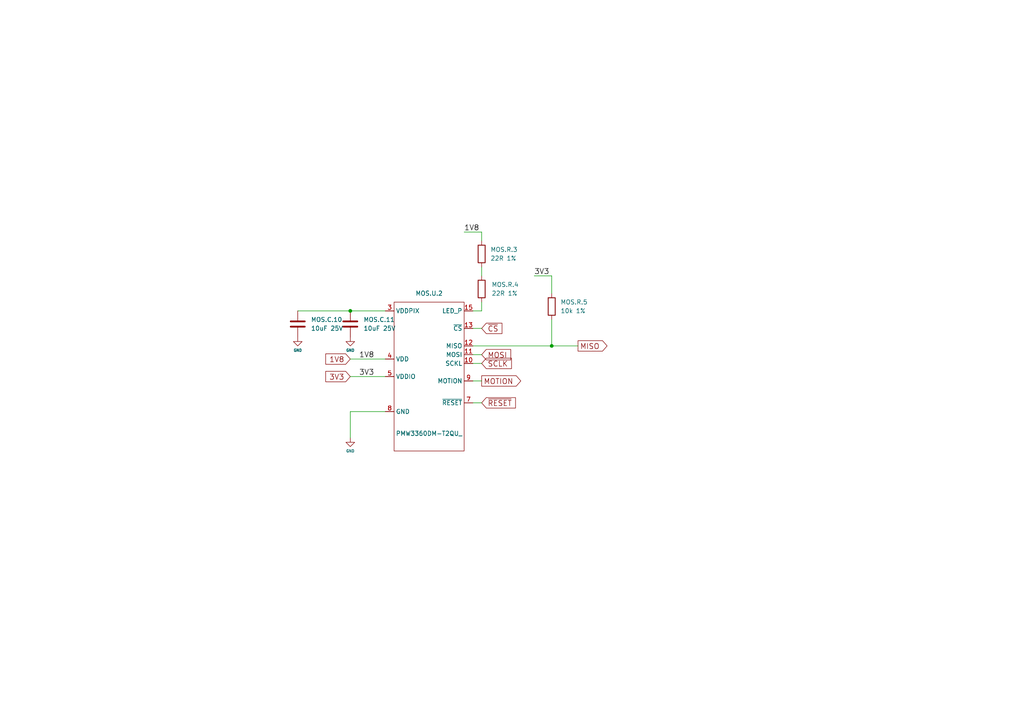
<source format=kicad_sch>
(kicad_sch (version 20211123) (generator eeschema)
  (paper "A4")
  (title_block (title "MouseSensor-SchDoc") (date "17 01 2023") (rev "2.001") (comment 4 "Original: Copyright Ploopy Corporation 2021") (comment 5 "Modified: Copyright Riesi 2023") (comment 7 "Licensed under the CERN-OHL-S v2") (comment 8 "http://ohwr.org/cernohl"))
  (lib_symbols
    (symbol "Device:C" (pin_numbers hide) (pin_names (offset 0.254))
      (property "Reference" "C" (at 0.635 2.54 0))
      (property "Value" "C" (at 0.635 -2.54 0))
      (symbol "C_0_1"
        (polyline (pts (xy -2.032 -0.762) (xy 2.032 -0.762)) (stroke (width 0.508)))
        (polyline (pts (xy -2.032 0.762) (xy 2.032 0.762)) (stroke (width 0.508)))
      )
      (symbol "C_1_1"
        (pin passive line (at 0 3.81 270) (length 2.794) (name "~") (number "1"))
        (pin passive line (at 0 -3.81 90) (length 2.794) (name "~") (number "2"))
      )
    )
    (symbol "Device:R" (pin_numbers hide) (pin_names (offset 0))
      (property "Reference" "R" (at 2.032 0 90))
      (property "Value" "R" (at 0 0 90))
      (symbol "R_0_1"
        (rectangle (start -1.016 -2.54) (end 1.016 2.54) (stroke (width 0.254)))
      )
      (symbol "R_1_1"
        (pin passive line (at 0 3.81 270) (length 1.27) (name "~") (number "1"))
        (pin passive line (at 0 -3.81 90) (length 1.27) (name "~") (number "2"))
      )
    )
    (symbol "Mouse_Parts:PMW3360DM-T2QU_"
      (property "Reference" "U" (at 0 13.97 0))
      (property "Value" "PMW3360DM-T2QU_" (at -1.27 -33.02 0))
      (symbol "PMW3360DM-T2QU__0_1"
        (rectangle (start -10.16 12.7) (end 10.16 -30.48))
      )
      (symbol "PMW3360DM-T2QU__1_1"
        (pin no_connect line (at -10.16 -24.13 0) (length 2.54) hide (name "NC") (number "1"))
        (pin input line (at 12.7 -5.08 180) (length 2.54) (name "SCKL") (number "10"))
        (pin input line (at 12.7 -2.54 180) (length 2.54) (name "MOSI") (number "11"))
        (pin output line (at 12.7 0 180) (length 2.54) (name "MISO") (number "12"))
        (pin input line (at 12.7 5.08 180) (length 2.54) (name "~{CS}") (number "13"))
        (pin no_connect line (at 10.16 -29.21 180) (length 2.54) hide (name "NC") (number "14"))
        (pin input line (at 12.7 10.16 180) (length 2.54) (name "LED_P") (number "15"))
        (pin no_connect line (at 10.16 -26.67 180) (length 2.54) hide (name "NC") (number "16"))
        (pin no_connect line (at -10.16 -26.67 0) (length 2.54) hide (name "NC") (number "2"))
        (pin output line (at -12.7 10.16 0) (length 2.54) (name "VDDPIX") (number "3"))
        (pin input line (at -12.7 -3.81 0) (length 2.54) (name "VDD") (number "4"))
        (pin input line (at -12.7 -8.89 0) (length 2.54) (name "VDDIO") (number "5"))
        (pin no_connect line (at -10.16 -29.21 0) (length 2.54) hide (name "NC") (number "6"))
        (pin input line (at 12.7 -16.51 180) (length 2.54) (name "~{RESET}") (number "7"))
        (pin input line (at -12.7 -19.05 0) (length 2.54) (name "GND") (number "8"))
        (pin output line (at 12.7 -10.16 180) (length 2.54) (name "MOTION") (number "9"))
      )
    )
    (symbol "power:GND" (power) (pin_names (offset 0))
      (property "Value" "GND" (at 0 -3.81 0))
      (symbol "GND_0_1"
        (polyline (pts (xy 0 0) (xy 0 -1.27) (xy 1.27 -1.27) (xy 0 -2.54) (xy -1.27 -1.27) (xy 0 -1.27)))
      )
      (symbol "GND_1_1"
        (pin power_in line (at 0 0 270) (length 0) hide (name "GND") (number "1"))
      )
    )
  )
  (junction (at 160.02 100.33))
  (junction (at 101.6 90.17))
  (wire (pts (xy 160.02 100.33) (xy 167.64 100.33)))
  (wire (pts (xy 137.16 100.33) (xy 160.02 100.33)))
  (wire (pts (xy 160.02 85.09) (xy 160.02 80.01)))
  (wire (pts (xy 139.7 116.84) (xy 137.16 116.84)))
  (wire (pts (xy 101.6 119.38) (xy 111.76 119.38)))
  (wire (pts (xy 101.6 104.14) (xy 111.76 104.14)))
  (wire (pts (xy 160.02 80.01) (xy 154.94 80.01)))
  (wire (pts (xy 160.02 100.33) (xy 160.02 92.71)))
  (wire (pts (xy 134.62 67.31) (xy 139.7 67.31)))
  (wire (pts (xy 137.16 90.17) (xy 139.7 90.17)))
  (wire (pts (xy 139.7 105.41) (xy 137.16 105.41)))
  (wire (pts (xy 101.6 127) (xy 101.6 119.38)))
  (wire (pts (xy 139.7 90.17) (xy 139.7 87.63)))
  (wire (pts (xy 86.36 90.17) (xy 101.6 90.17)))
  (wire (pts (xy 139.7 110.49) (xy 137.16 110.49)))
  (wire (pts (xy 139.7 77.47) (xy 139.7 80.01)))
  (wire (pts (xy 139.7 67.31) (xy 139.7 69.85)))
  (wire (pts (xy 111.76 109.22) (xy 101.6 109.22)))
  (wire (pts (xy 101.6 90.17) (xy 111.76 90.17)))
  (wire (pts (xy 139.7 95.25) (xy 137.16 95.25)))
  (wire (pts (xy 139.7 102.87) (xy 137.16 102.87)))
  (label "3V3" (at 104.14 109.22 0) (effects (font (size 1.524 1.524))))
  (label "1V8" (at 104.14 104.14 0) (effects (font (size 1.524 1.524))))
  (label "1V8" (at 134.62 67.31 0) (effects (font (size 1.524 1.524))))
  (label "3V3" (at 154.94 80.01 0) (effects (font (size 1.524 1.524))))
  (global_label "1V8" (shape input) (at 101.6 104.14 180) (effects (font (size 1.524 1.524))) (property "Intersheet References" "${INTERSHEET_REFS}" (effects hide)))
  (global_label "3V3" (shape input) (at 101.6 109.22 180) (effects (font (size 1.524 1.524))) (property "Intersheet References" "${INTERSHEET_REFS}" (effects hide)))
  (global_label "SCLK" (shape input) (at 139.7 105.41 0) (effects (font (size 1.524 1.524))) (property "Intersheet References" "${INTERSHEET_REFS}" (effects hide)))
  (global_label "MISO" (shape output) (at 167.64 100.33 0) (effects (font (size 1.524 1.524))) (property "Intersheet References" "${INTERSHEET_REFS}" (effects hide)))
  (global_label "MOTION" (shape output) (at 139.7 110.49 0) (effects (font (size 1.524 1.524))) (property "Intersheet References" "${INTERSHEET_REFS}" (effects hide)))
  (global_label "MOSI" (shape input) (at 139.7 102.87 0) (effects (font (size 1.524 1.524))) (property "Intersheet References" "${INTERSHEET_REFS}" (effects hide)))
  (global_label "~{CS}" (shape input) (at 139.7 95.25 0) (effects (font (size 1.524 1.524))) (property "Intersheet References" "${INTERSHEET_REFS}" (effects hide)))
  (global_label "~{RESET}" (shape input) (at 139.7 116.84 0) (effects (font (size 1.524 1.524))) (property "Intersheet References" "${INTERSHEET_REFS}" (effects hide)))
  (symbol (lib_id "power:GND") (at 101.6 127 0) (unit 1)
    (property "Reference" "#GND_048" (effects hide))
    (property "Value" "GND" (at 101.6 130.81 0) (effects (font (size 0.762 0.762))))
  )
  (symbol (lib_id "power:GND") (at 101.6 97.79 0) (unit 1)
    (property "Reference" "#GND_047" (effects hide))
    (property "Value" "GND" (at 101.6 101.6 0) (effects (font (size 0.762 0.762))))
  )
  (symbol (lib_id "power:GND") (at 86.36 97.79 0) (unit 1)
    (property "Reference" "#GND_046" (effects hide))
    (property "Value" "GND" (at 86.36 101.6 0) (effects (font (size 0.762 0.762))))
  )
  (symbol (lib_id "Device:R") (at 139.7 83.82 0) (unit 1)
    (property "Reference" "MOS.R.4" (at 142.5774 82.5499 0) (effects (justify left)))
    (property "Value" "22R 1%" (at 142.5774 85.0899 0) (effects (justify left)))
  )
  (symbol (lib_id "Device:R") (at 160.02 88.9 0) (unit 1)
    (property "Reference" "MOS.R.5" (at 162.56 87.6299 0) (effects (justify left)))
    (property "Value" "10k 1%" (at 162.56 90.1699 0) (effects (justify left)))
  )
  (symbol (lib_id "Device:C") (at 101.6 93.98 0) (unit 1)
    (property "Reference" "MOS.C.11" (at 105.41 92.7099 0) (effects (justify left)))
    (property "Value" "10uF 25V" (at 105.41 95.2499 0) (effects (justify left)))
  )
  (symbol (lib_id "Mouse_Parts:PMW3360DM-T2QU_") (at 124.46 100.33 0) (unit 1)
    (property "Reference" "MOS.U.2" (at 124.46 85.09 0))
    (property "Value" "PMW3360DM-T2QU_" (at 124.46 125.73 0))
  )
  (symbol (lib_id "Device:C") (at 86.36 93.98 0) (unit 1)
    (property "Reference" "MOS.C.10" (at 90.17 92.7099 0) (effects (justify left)))
    (property "Value" "10uF 25V" (at 90.17 95.2499 0) (effects (justify left)))
  )
  (symbol (lib_id "Device:R") (at 139.7 73.66 0) (unit 1)
    (property "Reference" "MOS.R.3" (at 142.24 72.3899 0) (effects (justify left)))
    (property "Value" "22R 1%" (at 142.24 74.9299 0) (effects (justify left)))
  )
)
</source>
